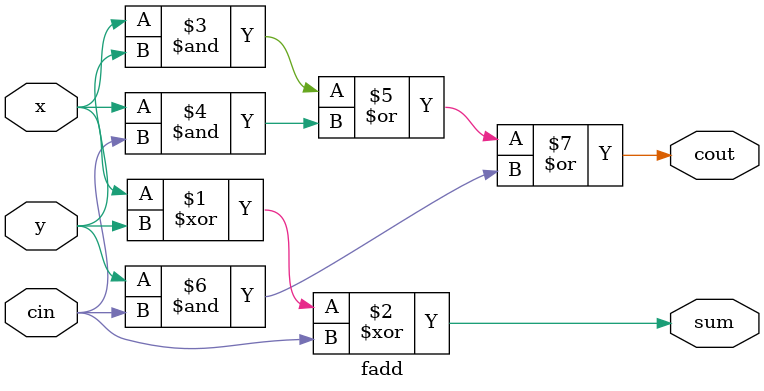
<source format=v>
module top_module (
    input [3:0] x,
    input [3:0] y, 
    output [4:0] sum);
    
    wire[2:0] o;
    fadd instance0(.x(x[0]), .y(y[0]), .cout(o[0]), .sum(sum[0]));
    fadd instance1(.x(x[1]), .y(y[1]), .cin(o[0]), .cout(o[1]), .sum(sum[1]));
    fadd instance2(.x(x[2]), .y(y[2]), .cin(o[1]), .cout(o[2]), .sum(sum[2]));
    fadd instance3(.x(x[3]), .y(y[3]), .cin(o[2]), .cout(sum[4]), .sum(sum[3]));

endmodule

module fadd(input x, input y, input cin, output cout, output sum);
    assign sum = x ^ y ^ cin;
    assign cout = x & y | x & cin | y & cin;
endmodule
</source>
